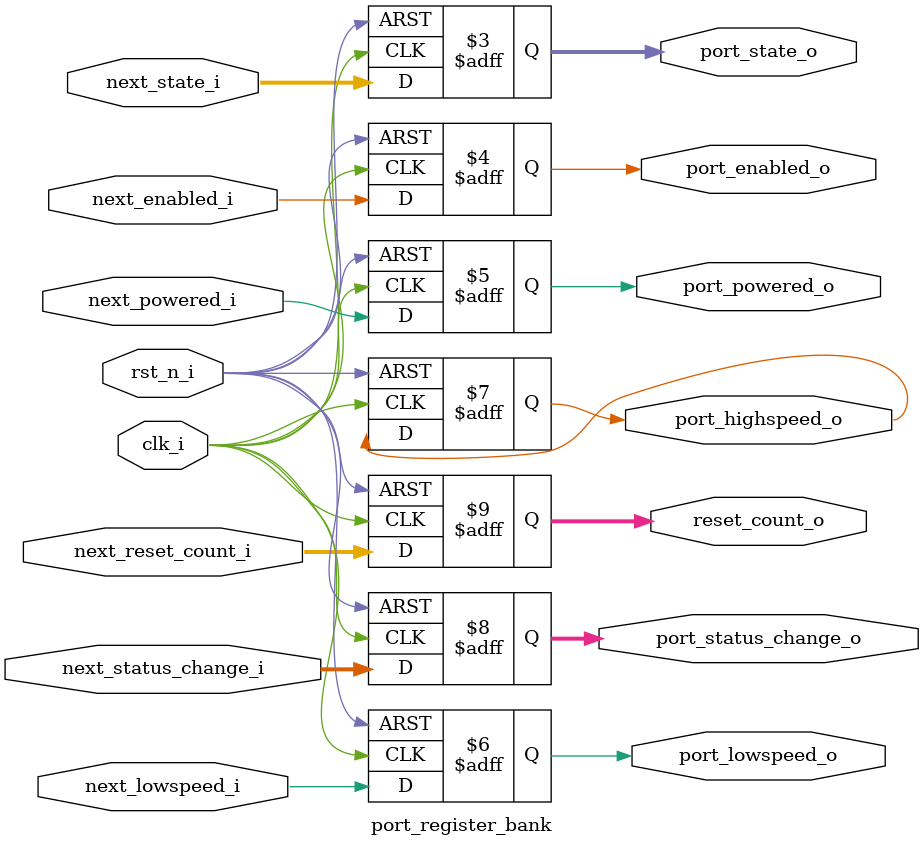
<source format=sv>
module usb_hub_port_controller(
    input wire clk_i, rst_n_i,
    input wire port_connected_i,
    input wire port_reset_i,
    input wire port_suspend_i,
    input wire downstream_j_state_i,
    input wire downstream_k_state_i,
    input wire downstream_se0_i,
    input wire upstream_token_i,
    output wire port_enabled_o,
    output wire port_powered_o,
    output wire port_lowspeed_o,
    output wire port_highspeed_o,
    output wire [1:0] port_status_change_o,
    output wire [1:0] port_state_o
);
    // Port states
    localparam DISABLED = 2'b00;
    localparam RESETTING = 2'b01;
    localparam ENABLED = 2'b10;
    localparam SUSPENDED = 2'b11;
    
    // Internal signals for connecting modules
    wire [15:0] reset_count;
    wire next_powered;
    wire next_lowspeed;
    wire next_enabled;
    wire [1:0] next_state;
    wire [1:0] next_status_change;
    wire [15:0] next_reset_count;
    
    // Instantiate next state logic module
    port_state_controller state_ctrl (
        .clk_i(clk_i),
        .rst_n_i(rst_n_i),
        .port_connected_i(port_connected_i),
        .port_reset_i(port_reset_i),
        .port_suspend_i(port_suspend_i),
        .downstream_j_state_i(downstream_j_state_i),
        .downstream_k_state_i(downstream_k_state_i),
        .downstream_se0_i(downstream_se0_i),
        .upstream_token_i(upstream_token_i),
        .current_state_i(port_state_o),
        .current_powered_i(port_powered_o),
        .current_lowspeed_i(port_lowspeed_o),
        .current_enabled_i(port_enabled_o),
        .current_status_change_i(port_status_change_o),
        .current_reset_count_i(reset_count),
        .next_state_o(next_state),
        .next_powered_o(next_powered),
        .next_lowspeed_o(next_lowspeed),
        .next_enabled_o(next_enabled),
        .next_status_change_o(next_status_change),
        .next_reset_count_o(next_reset_count)
    );
    
    // Instantiate register module
    port_register_bank reg_bank (
        .clk_i(clk_i),
        .rst_n_i(rst_n_i),
        .next_state_i(next_state),
        .next_enabled_i(next_enabled),
        .next_powered_i(next_powered),
        .next_lowspeed_i(next_lowspeed),
        .next_status_change_i(next_status_change),
        .next_reset_count_i(next_reset_count),
        .port_state_o(port_state_o),
        .port_enabled_o(port_enabled_o),
        .port_powered_o(port_powered_o),
        .port_lowspeed_o(port_lowspeed_o),
        .port_highspeed_o(port_highspeed_o),
        .port_status_change_o(port_status_change_o),
        .reset_count_o(reset_count)
    );
    
endmodule

// State Controller Module - Handles all state transition logic
module port_state_controller(
    input wire clk_i, rst_n_i,
    input wire port_connected_i,
    input wire port_reset_i,
    input wire port_suspend_i,
    input wire downstream_j_state_i,
    input wire downstream_k_state_i,
    input wire downstream_se0_i,
    input wire upstream_token_i,
    input wire [1:0] current_state_i,
    input wire current_powered_i,
    input wire current_lowspeed_i,
    input wire current_enabled_i,
    input wire [1:0] current_status_change_i,
    input wire [15:0] current_reset_count_i,
    output reg [1:0] next_state_o,
    output reg next_powered_o,
    output reg next_lowspeed_o,
    output reg next_enabled_o,
    output reg [1:0] next_status_change_o,
    output reg [15:0] next_reset_count_o
);
    // Port states
    localparam DISABLED = 2'b00;
    localparam RESETTING = 2'b01;
    localparam ENABLED = 2'b10;
    localparam SUSPENDED = 2'b11;
    
    // State transition logic
    always @(*) begin
        // Default: maintain current values
        next_state_o = current_state_i;
        next_powered_o = current_powered_i;
        next_lowspeed_o = current_lowspeed_i;
        next_enabled_o = current_enabled_i;
        next_status_change_o = current_status_change_i;
        next_reset_count_o = current_reset_count_i;
        
        case (current_state_i)
            DISABLED: begin
                if (port_connected_i) begin
                    next_powered_o = 1'b1;
                    next_status_change_o[0] = 1'b1; // Connection change
                    next_lowspeed_o = downstream_k_state_i;
                    
                    if (port_reset_i) begin
                        next_state_o = RESETTING;
                        next_reset_count_o = 16'd0;
                    end
                end
            end
            
            RESETTING: begin
                next_reset_count_o = current_reset_count_i + 16'd1;
                
                // Reset timing threshold check
                if (current_reset_count_i >= 16'd5000) begin // ~10ms at 48MHz
                    next_state_o = ENABLED;
                    next_enabled_o = 1'b1;
                    next_status_change_o[1] = 1'b1; // Enable change
                end
            end
            
            // Other states would be implemented here
            default: begin
                // Maintain default values
            end
        endcase
    end
endmodule

// Register Bank Module - Handles all sequential logic
module port_register_bank(
    input wire clk_i, rst_n_i,
    input wire [1:0] next_state_i,
    input wire next_enabled_i,
    input wire next_powered_i,
    input wire next_lowspeed_i,
    input wire [1:0] next_status_change_i,
    input wire [15:0] next_reset_count_i,
    output reg [1:0] port_state_o,
    output reg port_enabled_o,
    output reg port_powered_o,
    output reg port_lowspeed_o,
    output reg port_highspeed_o,
    output reg [1:0] port_status_change_o,
    output reg [15:0] reset_count_o
);
    // Sequential logic for all registers
    always @(posedge clk_i or negedge rst_n_i) begin
        if (!rst_n_i) begin
            // Reset all registers to initial values
            port_state_o <= 2'b00; // DISABLED
            port_enabled_o <= 1'b0;
            port_powered_o <= 1'b0;
            port_lowspeed_o <= 1'b0;
            port_highspeed_o <= 1'b0;
            port_status_change_o <= 2'b00;
            reset_count_o <= 16'd0;
        end else begin
            // Update all registers with next values
            port_state_o <= next_state_i;
            port_enabled_o <= next_enabled_i;
            port_powered_o <= next_powered_i;
            port_lowspeed_o <= next_lowspeed_i;
            port_status_change_o <= next_status_change_i;
            reset_count_o <= next_reset_count_i;
            // Note: port_highspeed_o is maintained at 0 in this implementation
        end
    end
endmodule
</source>
